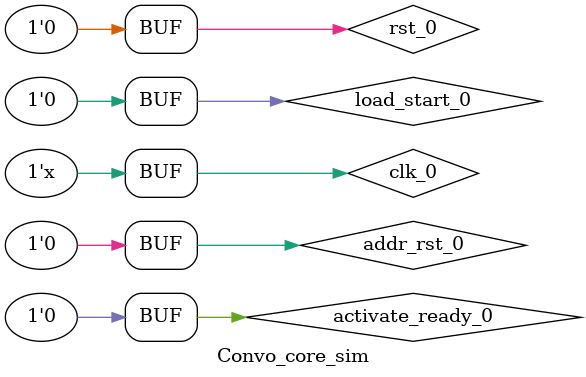
<source format=v>
`timescale 1ns / 1ps


module Convo_core_sim(

    );
    reg [23:0]activate0_0;
    reg [23:0]activate1_0;
    reg [23:0]activate2_0;
    reg activate_ready_0;
    reg addr_rst_0;
    reg clk_0;
    reg load_start_0;
    wire [7:0]out_psum0_0;
    wire [7:0]out_psum1_0;
    wire [7:0]out_psum2_0;
    wire [7:0]out_psum3_0;
    wire out_psum_vld_0;
    reg rst_0;
    wire weight_done;
    
    reg [7:0] ai;
    
    Convo_core_wrapper uut(activate0_0,
    activate1_0,
    activate2_0,
    activate_ready_0,
    addr_rst_0,
    clk_0,
    load_start_0,
    out_psum0_0,
    out_psum1_0,
    out_psum2_0,
    out_psum3_0,
    out_psum_vld_0,
    rst_0,
    weight_done);
    
    always #10 clk_0 = ~clk_0;
    
    always@(posedge clk_0) begin
        if(activate_ready_0) begin
            ai <= ai+1;
            activate0_0 <= {ai+8'd0, ai+8'd1, ai+8'd2};
            activate1_0 <= {ai+8'd8, ai+8'd9, ai+8'd10};
            activate2_0 <= {ai+8'd16, ai+8'd17, ai+8'd18};
        end
        else begin
            ai <= 0;
        end
    end
    
    initial begin
        clk_0 <= 0;
        rst_0 <= 1;
        activate0_0 <= 0;
        activate1_0 <= 0;
        activate2_0 <= 0;
        activate_ready_0 <= 0;
        addr_rst_0 <= 0;
        load_start_0 <= 0;
        #150;
        rst_0 <= 0;
    end
    
    initial begin
        #150;
        load_start_0 <= 1;
        #20;
        load_start_0 <= 0;
    end
    
    initial begin
        #450;
        activate_ready_0 <= 1;
        #200;
        activate_ready_0 <= 0;
    end
endmodule

</source>
